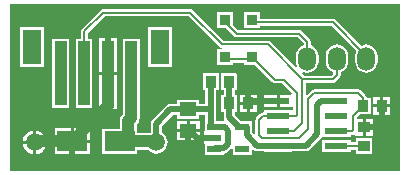
<source format=gtl>
G04*
G04 #@! TF.GenerationSoftware,Altium Limited,Altium Designer,20.1.14 (287)*
G04*
G04 Layer_Physical_Order=1*
G04 Layer_Color=255*
%FSLAX25Y25*%
%MOIN*%
G70*
G04*
G04 #@! TF.SameCoordinates,1A763A23-7295-4F3A-9B5C-2D741166247D*
G04*
G04*
G04 #@! TF.FilePolarity,Positive*
G04*
G01*
G75*
%ADD14R,0.04724X0.02362*%
%ADD15R,0.03740X0.03937*%
%ADD16R,0.03937X0.03740*%
%ADD17R,0.07800X0.02200*%
%ADD18R,0.03740X0.03543*%
%ADD19R,0.05709X0.04528*%
%ADD20R,0.09843X0.06693*%
%ADD21R,0.06299X0.11811*%
%ADD22R,0.03937X0.21654*%
%ADD34C,0.01968*%
%ADD35C,0.00787*%
%ADD36C,0.03937*%
%ADD37C,0.05906*%
%ADD38O,0.05906X0.07874*%
%ADD39C,0.02200*%
G36*
X129921Y104331D02*
X0D01*
Y160000D01*
X129921D01*
Y104331D01*
D02*
G37*
%LPC*%
G36*
X53937Y152362D02*
X46063D01*
Y138976D01*
X53937D01*
Y152362D01*
D02*
G37*
G36*
X11417D02*
X3543D01*
Y138976D01*
X11417D01*
Y152362D01*
D02*
G37*
G36*
X35646Y148638D02*
X33177D01*
Y137311D01*
X35646D01*
Y148638D01*
D02*
G37*
G36*
X32177D02*
X29709D01*
Y137311D01*
X32177D01*
Y148638D01*
D02*
G37*
G36*
X83366Y157185D02*
X78051D01*
Y152067D01*
X83366D01*
Y152634D01*
X107277D01*
X115536Y144375D01*
X115254Y143693D01*
X115125Y142717D01*
Y140748D01*
X115254Y139772D01*
X115631Y138862D01*
X116230Y138081D01*
X117011Y137481D01*
X117921Y137104D01*
X118898Y136976D01*
X119874Y137104D01*
X120784Y137481D01*
X121565Y138081D01*
X122165Y138862D01*
X122541Y139772D01*
X122670Y140748D01*
Y142717D01*
X122541Y143693D01*
X122165Y144603D01*
X121565Y145384D01*
X120784Y145984D01*
X119874Y146360D01*
X118898Y146489D01*
X117921Y146360D01*
X117239Y146078D01*
X108627Y154690D01*
X108236Y154951D01*
X107776Y155043D01*
X107775Y155043D01*
X83366D01*
Y157185D01*
D02*
G37*
G36*
X89013Y129679D02*
X84613D01*
Y128079D01*
X89013D01*
Y129679D01*
D02*
G37*
G36*
X82398Y129740D02*
X80028D01*
Y127272D01*
X82398D01*
Y129740D01*
D02*
G37*
G36*
X79028D02*
X76657D01*
Y127272D01*
X79028D01*
Y129740D01*
D02*
G37*
G36*
X126886Y128953D02*
X124516D01*
Y126484D01*
X126886D01*
Y128953D01*
D02*
G37*
G36*
X123516D02*
X121146D01*
Y126484D01*
X123516D01*
Y128953D01*
D02*
G37*
G36*
X89013Y127079D02*
X84613D01*
Y125479D01*
X89013D01*
Y127079D01*
D02*
G37*
G36*
X19685Y148425D02*
X14173D01*
Y125197D01*
X19685D01*
Y148425D01*
D02*
G37*
G36*
X35646Y136311D02*
X33177D01*
Y124984D01*
X35646D01*
Y136311D01*
D02*
G37*
G36*
X32177D02*
X29709D01*
Y124984D01*
X32177D01*
Y136311D01*
D02*
G37*
G36*
X82398Y126272D02*
X80028D01*
Y123803D01*
X82398D01*
Y126272D01*
D02*
G37*
G36*
X79028D02*
X76657D01*
Y123803D01*
X79028D01*
Y126272D01*
D02*
G37*
G36*
X126886Y125484D02*
X124516D01*
Y123016D01*
X126886D01*
Y125484D01*
D02*
G37*
G36*
X123516D02*
X121146D01*
Y123016D01*
X123516D01*
Y125484D01*
D02*
G37*
G36*
X121078Y121768D02*
X118610D01*
Y119398D01*
X121078D01*
Y121768D01*
D02*
G37*
G36*
X63303Y120980D02*
X59949D01*
Y118217D01*
X63303D01*
Y120980D01*
D02*
G37*
G36*
X58949D02*
X55594D01*
Y118217D01*
X58949D01*
Y120980D01*
D02*
G37*
G36*
X60236Y158291D02*
X60236Y158291D01*
X31102D01*
X30641Y158199D01*
X30251Y157938D01*
X30251Y157938D01*
X23952Y151639D01*
X23691Y151248D01*
X23599Y150787D01*
X23599Y150787D01*
Y148425D01*
X22047D01*
Y125197D01*
X27559D01*
Y148425D01*
X26007D01*
Y150289D01*
X31601Y155882D01*
X59737D01*
X70015Y145605D01*
X70015Y145605D01*
X70405Y145344D01*
X70710Y145283D01*
X70661Y144783D01*
X68996D01*
Y139665D01*
X74311D01*
Y140233D01*
X78051D01*
Y139665D01*
X81663D01*
X87534Y133794D01*
X87534Y133794D01*
X87925Y133533D01*
X88386Y133441D01*
X88386Y133441D01*
X90840D01*
X94102Y130179D01*
X93895Y129679D01*
X90013D01*
Y127579D01*
Y125479D01*
X94064D01*
X94413Y125479D01*
X94564Y125041D01*
Y124796D01*
X94200Y124466D01*
X84825D01*
Y123962D01*
X84390Y123783D01*
X83929Y123691D01*
X83538Y123430D01*
X83538Y123430D01*
X82219Y122111D01*
X81958Y121721D01*
X81867Y121260D01*
X81867Y121260D01*
Y116671D01*
X81367Y116464D01*
X80743Y117087D01*
Y118898D01*
X80709Y119072D01*
Y121063D01*
X76964D01*
X75035Y122992D01*
Y124015D01*
X75885D01*
Y129527D01*
X74936D01*
Y131300D01*
X75886D01*
Y136812D01*
X70571D01*
Y131300D01*
X71324D01*
Y129527D01*
X70570D01*
Y124015D01*
X71423D01*
Y122243D01*
X71560Y121552D01*
X71564Y121546D01*
X71287Y121061D01*
X71260Y121063D01*
Y121063D01*
X68735D01*
Y124803D01*
Y131299D01*
X69587D01*
Y136811D01*
X64272D01*
Y131299D01*
X65123D01*
Y126610D01*
X63090D01*
Y127855D01*
X55807D01*
Y126610D01*
X53544D01*
X52852Y126472D01*
X52266Y126081D01*
X47542Y121356D01*
X47150Y120770D01*
X47012Y120079D01*
Y117080D01*
X46933Y117046D01*
X46811Y116953D01*
X42347D01*
Y119912D01*
X42517Y120082D01*
X42959Y120657D01*
X43236Y121328D01*
X43331Y122047D01*
Y136811D01*
X43307Y136992D01*
Y148425D01*
X37795D01*
Y136992D01*
X37771Y136811D01*
Y123199D01*
X37601Y123029D01*
X37160Y122453D01*
X36882Y121782D01*
X36787Y121063D01*
Y118307D01*
X30906D01*
Y110039D01*
X42323D01*
Y111394D01*
X45935D01*
X46151Y111112D01*
X46933Y110512D01*
X47842Y110136D01*
X48819Y110007D01*
X49795Y110136D01*
X50705Y110512D01*
X51486Y111112D01*
X52086Y111893D01*
X52463Y112803D01*
X52591Y113779D01*
X52463Y114756D01*
X52086Y115666D01*
X51486Y116447D01*
X50705Y117046D01*
X50625Y117080D01*
Y119331D01*
X54292Y122997D01*
X55807D01*
Y121752D01*
X63090D01*
Y122997D01*
X65123D01*
Y121063D01*
X64961D01*
Y117535D01*
X64748D01*
Y115854D01*
X68110D01*
Y114854D01*
X64748D01*
Y113173D01*
X64961D01*
Y109646D01*
X71260D01*
Y110005D01*
X71951Y110142D01*
X72537Y110534D01*
X73909Y111906D01*
X74410Y111699D01*
Y109646D01*
X80709D01*
Y111359D01*
X81171Y111550D01*
X81304Y111417D01*
X81890Y111026D01*
X82581Y110888D01*
X84825D01*
Y110691D01*
X94200D01*
Y110772D01*
X98701D01*
X99392Y110910D01*
X99978Y111301D01*
X103836Y115160D01*
X103932Y115303D01*
X104225Y115691D01*
Y115691D01*
X104225Y115691D01*
X113600D01*
Y116375D01*
X114106D01*
X114106Y116375D01*
X114567Y116466D01*
X114641Y116516D01*
X115141Y116249D01*
Y116028D01*
X117610D01*
Y118898D01*
Y121768D01*
X115846D01*
X115802Y122268D01*
X116762Y123228D01*
X120374D01*
Y128740D01*
X118921D01*
Y128741D01*
X118829Y129201D01*
X118568Y129592D01*
X116993Y131167D01*
X116603Y131428D01*
X116142Y131519D01*
X116142Y131519D01*
X101575D01*
X101114Y131428D01*
X100723Y131167D01*
X99206Y129649D01*
X98744Y129840D01*
Y133638D01*
X107677D01*
X107677Y133638D01*
X108138Y133730D01*
X108529Y133991D01*
X109907Y135369D01*
X109907Y135369D01*
X110168Y135760D01*
X110259Y136221D01*
X110259Y136221D01*
Y137198D01*
X110941Y137481D01*
X111723Y138081D01*
X112322Y138862D01*
X112699Y139772D01*
X112828Y140748D01*
Y142717D01*
X112699Y143693D01*
X112322Y144603D01*
X111723Y145384D01*
X110941Y145984D01*
X110031Y146360D01*
X109055Y146489D01*
X108079Y146360D01*
X107169Y145984D01*
X106388Y145384D01*
X105788Y144603D01*
X105411Y143693D01*
X105283Y142717D01*
Y140748D01*
X105411Y139772D01*
X105788Y138862D01*
X106388Y138081D01*
X107169Y137481D01*
X107851Y137198D01*
Y136719D01*
X107178Y136047D01*
X98235D01*
X97353Y136929D01*
X97636Y137353D01*
X98236Y137104D01*
X99213Y136976D01*
X100189Y137104D01*
X101099Y137481D01*
X101880Y138081D01*
X102480Y138862D01*
X102857Y139772D01*
X102985Y140748D01*
Y142717D01*
X102857Y143693D01*
X102480Y144603D01*
X101880Y145384D01*
X101099Y145984D01*
X100417Y146266D01*
Y147244D01*
X100417Y147244D01*
X100325Y147705D01*
X100064Y148096D01*
X100064Y148096D01*
X97308Y150852D01*
X96917Y151113D01*
X96457Y151204D01*
X96457Y151204D01*
X76089D01*
X74311Y152983D01*
Y157185D01*
X68996D01*
Y152067D01*
X71821D01*
X74739Y149148D01*
X74739Y149148D01*
X75130Y148887D01*
X75590Y148796D01*
X75591Y148796D01*
X95958D01*
X98008Y146745D01*
Y146266D01*
X97326Y145984D01*
X96545Y145384D01*
X95946Y144603D01*
X95569Y143693D01*
X95440Y142717D01*
Y140748D01*
X95569Y139772D01*
X95817Y139172D01*
X95393Y138888D01*
X86974Y147308D01*
X86583Y147569D01*
X86122Y147661D01*
X86122Y147661D01*
X71365D01*
X61088Y157938D01*
X60697Y158199D01*
X60236Y158291D01*
D02*
G37*
G36*
X121078Y118398D02*
X118610D01*
Y116028D01*
X121078D01*
Y118398D01*
D02*
G37*
G36*
X26787Y118520D02*
X21366D01*
Y114673D01*
X26787D01*
Y118520D01*
D02*
G37*
G36*
X20366D02*
X14945D01*
Y114673D01*
X20366D01*
Y118520D01*
D02*
G37*
G36*
X63303Y117217D02*
X59949D01*
Y114453D01*
X63303D01*
Y117217D01*
D02*
G37*
G36*
X58949D02*
X55594D01*
Y114453D01*
X58949D01*
Y117217D01*
D02*
G37*
G36*
X8768Y117701D02*
Y114279D01*
X12189D01*
X12119Y114811D01*
X11720Y115773D01*
X11087Y116599D01*
X10261Y117232D01*
X9300Y117631D01*
X8768Y117701D01*
D02*
G37*
G36*
X7768D02*
X7236Y117631D01*
X6274Y117232D01*
X5449Y116599D01*
X4815Y115773D01*
X4417Y114811D01*
X4347Y114279D01*
X7768D01*
Y117701D01*
D02*
G37*
G36*
X120866Y115256D02*
X115354D01*
Y113783D01*
X113600D01*
Y114466D01*
X104225D01*
Y110691D01*
X113600D01*
Y111374D01*
X115354D01*
Y109941D01*
X120866D01*
Y115256D01*
D02*
G37*
G36*
X12189Y113279D02*
X8768D01*
Y109859D01*
X9300Y109929D01*
X10261Y110327D01*
X11087Y110960D01*
X11720Y111786D01*
X12119Y112748D01*
X12189Y113279D01*
D02*
G37*
G36*
X7768D02*
X4347D01*
X4417Y112748D01*
X4815Y111786D01*
X5449Y110960D01*
X6274Y110327D01*
X7236Y109929D01*
X7768Y109859D01*
Y113279D01*
D02*
G37*
G36*
X26787Y113673D02*
X21366D01*
Y109827D01*
X26787D01*
Y113673D01*
D02*
G37*
G36*
X20366D02*
X14945D01*
Y109827D01*
X20366D01*
Y113673D01*
D02*
G37*
%LPD*%
D14*
X77559Y119095D02*
D03*
Y111614D02*
D03*
X68110Y115354D02*
D03*
Y111614D02*
D03*
Y119095D02*
D03*
D15*
X79528Y126772D02*
D03*
X73228Y126771D02*
D03*
X124016Y125984D02*
D03*
X117716Y125984D02*
D03*
X66929Y134055D02*
D03*
X73229Y134056D02*
D03*
D16*
X118110Y112598D02*
D03*
X118110Y118898D02*
D03*
D17*
X89513Y127579D02*
D03*
Y122579D02*
D03*
Y117579D02*
D03*
Y112579D02*
D03*
X108913D02*
D03*
Y117579D02*
D03*
Y122579D02*
D03*
Y127579D02*
D03*
D18*
X80709Y142224D02*
D03*
Y154626D02*
D03*
X71653D02*
D03*
Y142224D02*
D03*
D19*
X59449Y117717D02*
D03*
X59448Y124803D02*
D03*
D20*
X36614Y114173D02*
D03*
X20866D02*
D03*
D21*
X7480Y145669D02*
D03*
X50000D02*
D03*
D22*
X16929Y136811D02*
D03*
X24803D02*
D03*
X32677D02*
D03*
X40551D02*
D03*
D34*
X32677Y150000D02*
X37008Y154331D01*
X56299D02*
X64961Y145669D01*
X37008Y154331D02*
X56299D01*
X89513Y112579D02*
X98701D01*
X102559Y116437D02*
Y126387D01*
X98701Y112579D02*
X102559Y116437D01*
Y126387D02*
X103712Y127540D01*
X108874D01*
X108913Y127579D01*
X124016Y109449D02*
Y118504D01*
X59449Y107874D02*
Y117717D01*
X122047Y107480D02*
X124016Y109449D01*
X59055Y107480D02*
X122047D01*
X73130Y126869D02*
Y133957D01*
Y126869D02*
X73228Y126771D01*
X73130Y133957D02*
X73229Y134056D01*
X68110Y118898D02*
X71681D01*
X67913Y119095D02*
X68110Y118898D01*
X66929Y134055D02*
Y134153D01*
Y124803D02*
Y134055D01*
X76870Y136690D02*
X79528Y134033D01*
X74947Y138681D02*
X76870Y136758D01*
Y136690D02*
Y136758D01*
X64961Y139933D02*
Y145669D01*
X66212Y138681D02*
X74947D01*
X64961Y139933D02*
X66212Y138681D01*
X79825Y127463D02*
X86713D01*
X79528Y127165D02*
Y134033D01*
X32677Y136811D02*
Y150000D01*
X22019Y107480D02*
X59055D01*
X59449Y107874D01*
X79528Y127165D02*
X79825Y127463D01*
X59448Y124803D02*
X66929D01*
X66929Y124803D01*
X67126Y119095D02*
X67913D01*
X66929Y119291D02*
Y124803D01*
Y119291D02*
X67126Y119095D01*
X73229Y122243D02*
Y127164D01*
Y122243D02*
X76378Y119095D01*
X77559D01*
X78937Y116339D02*
X82581Y112695D01*
X78937Y116339D02*
Y118898D01*
X82581Y112695D02*
X89397D01*
X78740Y119095D02*
X78937Y118898D01*
X77559Y119095D02*
X78740D01*
X124016Y118504D02*
Y125984D01*
X118110Y118898D02*
X123622D01*
X124016Y118504D01*
X86713Y127579D02*
X89513D01*
X71681Y118898D02*
X72835Y117745D01*
Y113386D02*
Y117745D01*
X71260Y111811D02*
X72835Y113386D01*
X68307Y111811D02*
X71260D01*
X68110Y111614D02*
X68307Y111811D01*
X48819Y113779D02*
Y120079D01*
X53544Y124803D02*
X59448D01*
X48819Y120079D02*
X53544Y124803D01*
X60039Y117717D02*
X62402Y115354D01*
X68110D01*
X20866Y108633D02*
Y114173D01*
Y108633D02*
X22019Y107480D01*
X20866Y114173D02*
X22441D01*
X59449Y117717D02*
X60039D01*
D35*
X24803Y150787D02*
X31102Y157087D01*
X60236D01*
X70866Y146457D01*
X97539Y134843D02*
X107677D01*
X109055Y136221D02*
Y141732D01*
X107677Y134843D02*
X109055Y136221D01*
X86122Y146457D02*
X97539Y135039D01*
X70866Y146457D02*
X86122D01*
X97539Y135039D02*
X97539D01*
X91339Y134646D02*
X95768Y130217D01*
X89572Y122638D02*
X95306D01*
X95768Y123099D01*
Y130217D01*
X94842Y117579D02*
X97539Y120276D01*
Y135039D01*
X99508Y128248D02*
X101575Y130315D01*
X96358Y115157D02*
X99508Y118307D01*
Y128248D01*
X84055Y115157D02*
X96358D01*
X114567Y122736D02*
X117716Y125885D01*
X108913Y117579D02*
X114106D01*
X114567Y118040D01*
Y122736D01*
X89513Y122579D02*
X89572Y122638D01*
X89513Y117579D02*
X94842D01*
X83071Y116142D02*
X84055Y115157D01*
X117716Y125984D02*
Y128741D01*
X116142Y130315D02*
X117716Y128741D01*
X101575Y130315D02*
X116142D01*
X83071Y116142D02*
Y121260D01*
X84390Y122579D01*
X89513D01*
X71653Y141437D02*
X80709D01*
Y142224D02*
X80807D01*
X88386Y134646D01*
X91339D01*
X106113Y117579D02*
X108913D01*
X80709Y141437D02*
Y142224D01*
X108913Y112579D02*
X118091D01*
X118110Y112598D01*
X117716Y125885D02*
Y125984D01*
X24803Y136811D02*
Y150787D01*
X99213Y141732D02*
Y147244D01*
X75590Y150000D02*
X96457D01*
X99213Y147244D01*
X71653Y153839D02*
X71752D01*
X75590Y150000D01*
X80709Y153839D02*
X107776D01*
X118898Y142717D01*
Y141732D02*
Y142717D01*
X106113Y112579D02*
X108913D01*
D36*
X10375Y114173D02*
X20866D01*
X38189D02*
X47499D01*
X36614D02*
X38189D01*
X23819Y115551D02*
Y117126D01*
X32677Y125984D02*
Y136811D01*
X22441Y114173D02*
X23819Y115551D01*
Y117126D02*
X32677Y125984D01*
X38189Y114173D02*
X39567Y115551D01*
Y121063D01*
X40551Y122047D02*
Y136811D01*
X39567Y121063D02*
X40551Y122047D01*
D37*
X48819Y113779D02*
D03*
X8268D02*
D03*
D38*
X118898Y141732D02*
D03*
X109055D02*
D03*
X99213D02*
D03*
D39*
X59449Y111024D02*
D03*
X79528Y133465D02*
D03*
X124016Y119291D02*
D03*
M02*

</source>
